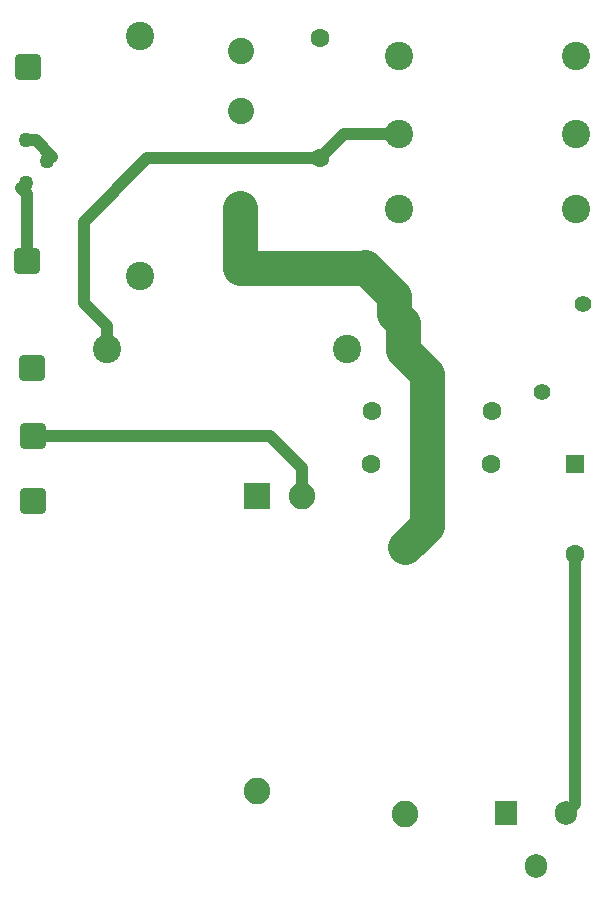
<source format=gbr>
%TF.GenerationSoftware,KiCad,Pcbnew,9.0.7*%
%TF.CreationDate,2026-02-02T12:57:01-08:00*%
%TF.ProjectId,foot-pedal-PCB,666f6f74-2d70-4656-9461-6c2d5043422e,rev?*%
%TF.SameCoordinates,Original*%
%TF.FileFunction,Copper,L1,Top*%
%TF.FilePolarity,Positive*%
%FSLAX46Y46*%
G04 Gerber Fmt 4.6, Leading zero omitted, Abs format (unit mm)*
G04 Created by KiCad (PCBNEW 9.0.7) date 2026-02-02 12:57:01*
%MOMM*%
%LPD*%
G01*
G04 APERTURE LIST*
G04 Aperture macros list*
%AMRoundRect*
0 Rectangle with rounded corners*
0 $1 Rounding radius*
0 $2 $3 $4 $5 $6 $7 $8 $9 X,Y pos of 4 corners*
0 Add a 4 corners polygon primitive as box body*
4,1,4,$2,$3,$4,$5,$6,$7,$8,$9,$2,$3,0*
0 Add four circle primitives for the rounded corners*
1,1,$1+$1,$2,$3*
1,1,$1+$1,$4,$5*
1,1,$1+$1,$6,$7*
1,1,$1+$1,$8,$9*
0 Add four rect primitives between the rounded corners*
20,1,$1+$1,$2,$3,$4,$5,0*
20,1,$1+$1,$4,$5,$6,$7,0*
20,1,$1+$1,$6,$7,$8,$9,0*
20,1,$1+$1,$8,$9,$2,$3,0*%
G04 Aperture macros list end*
%TA.AperFunction,ComponentPad*%
%ADD10R,1.905000X2.000000*%
%TD*%
%TA.AperFunction,ComponentPad*%
%ADD11O,1.905000X2.000000*%
%TD*%
%TA.AperFunction,ComponentPad*%
%ADD12C,1.400000*%
%TD*%
%TA.AperFunction,ComponentPad*%
%ADD13C,1.600000*%
%TD*%
%TA.AperFunction,ComponentPad*%
%ADD14C,2.400000*%
%TD*%
%TA.AperFunction,ComponentPad*%
%ADD15RoundRect,0.250000X-0.825000X-0.825000X0.825000X-0.825000X0.825000X0.825000X-0.825000X0.825000X0*%
%TD*%
%TA.AperFunction,ComponentPad*%
%ADD16R,2.250000X2.250000*%
%TD*%
%TA.AperFunction,ComponentPad*%
%ADD17C,2.250000*%
%TD*%
%TA.AperFunction,ComponentPad*%
%ADD18C,1.270000*%
%TD*%
%TA.AperFunction,ComponentPad*%
%ADD19C,2.220000*%
%TD*%
%TA.AperFunction,ComponentPad*%
%ADD20RoundRect,0.250000X-0.550000X0.550000X-0.550000X-0.550000X0.550000X-0.550000X0.550000X0.550000X0*%
%TD*%
%TA.AperFunction,Conductor*%
%ADD21C,3.000000*%
%TD*%
%TA.AperFunction,Conductor*%
%ADD22C,1.000000*%
%TD*%
G04 APERTURE END LIST*
D10*
%TO.P,Q1,1,A1*%
%TO.N,GND*%
X170810000Y-118480000D03*
D11*
%TO.P,Q1,2,A2*%
%TO.N,AC*%
X173360000Y-122930000D03*
%TO.P,Q1,3,G*%
%TO.N,Net-(D1-A)*%
X175890000Y-118480000D03*
%TD*%
D12*
%TO.P,RV3,2*%
%TO.N,GND*%
X177400000Y-75350000D03*
%TO.P,RV3,1*%
%TO.N,AC*%
X173900000Y-82850000D03*
%TD*%
D13*
%TO.P,R5,1*%
%TO.N,AC*%
X169530000Y-88900000D03*
%TO.P,R5,2*%
%TO.N,Net-(R2-Pad2)*%
X159370000Y-88900000D03*
%TD*%
%TO.P,R3,1*%
%TO.N,Net-(C1-Pad2)*%
X159470000Y-84450000D03*
%TO.P,R3,2*%
%TO.N,AC*%
X169630000Y-84450000D03*
%TD*%
D14*
%TO.P,R1,1*%
%TO.N,Net-(D1-K)*%
X157360000Y-79200000D03*
%TO.P,R1,2*%
%TO.N,Net-(C2-Pad2)*%
X137040000Y-79200000D03*
%TD*%
D15*
%TO.P,J4,1,Pin_1*%
%TO.N,AC*%
X130400000Y-55300000D03*
%TD*%
D16*
%TO.P,RV1,1,1*%
%TO.N,GNDD*%
X149800000Y-91600000D03*
D17*
%TO.P,RV1,2,2*%
%TO.N,Net-(J6-Pin_1)*%
X153550000Y-91600000D03*
%TO.P,RV1,3,3*%
%TO.N,+3.3V*%
X149800000Y-116600000D03*
%TD*%
D15*
%TO.P,J5,1,Pin_1*%
%TO.N,GNDD*%
X130700000Y-80750000D03*
%TD*%
D14*
%TO.P,C2,1*%
%TO.N,GND*%
X176800000Y-60950000D03*
%TO.P,C2,2*%
%TO.N,Net-(C2-Pad2)*%
X161800000Y-60950000D03*
%TD*%
D18*
%TO.P,RV2,1,1*%
%TO.N,Net-(R2-Pad2)*%
X130200000Y-61503949D03*
%TO.P,RV2,2,2*%
X131996051Y-63300000D03*
%TO.P,RV2,3,3*%
%TO.N,/Res_out*%
X130200000Y-65096051D03*
%TD*%
D17*
%TO.P,J8,1*%
%TO.N,AC*%
X162300000Y-118550000D03*
%TO.P,J8,2*%
%TO.N,Net-(J1-Pad1)*%
X162300000Y-95950000D03*
%TD*%
D19*
%TO.P,J1,1,1*%
%TO.N,Net-(J1-Pad1)*%
X148300000Y-72300000D03*
%TO.P,J1,2,2*%
X148300000Y-67220000D03*
%TD*%
D14*
%TO.P,R4,1*%
%TO.N,AC*%
X139850000Y-72960000D03*
%TO.P,R4,2*%
%TO.N,Net-(C3-Pad2)*%
X139850000Y-52640000D03*
%TD*%
%TO.P,C3,1*%
%TO.N,GND*%
X176800000Y-54350000D03*
%TO.P,C3,2*%
%TO.N,Net-(C3-Pad2)*%
X161800000Y-54350000D03*
%TD*%
D20*
%TO.P,D1,1,K*%
%TO.N,Net-(D1-K)*%
X176650000Y-88940000D03*
D13*
%TO.P,D1,2,A*%
%TO.N,Net-(D1-A)*%
X176650000Y-96560000D03*
%TD*%
D15*
%TO.P,J6,1,Pin_1*%
%TO.N,Net-(J6-Pin_1)*%
X130800000Y-86550000D03*
%TD*%
D14*
%TO.P,C1,1*%
%TO.N,GND*%
X176800000Y-67300000D03*
%TO.P,C1,2*%
%TO.N,Net-(C1-Pad2)*%
X161800000Y-67300000D03*
%TD*%
D13*
%TO.P,R2,1*%
%TO.N,Net-(C2-Pad2)*%
X155050000Y-63030000D03*
%TO.P,R2,2*%
%TO.N,Net-(R2-Pad2)*%
X155050000Y-52870000D03*
%TD*%
D19*
%TO.P,J2,1,1*%
%TO.N,GND*%
X148400000Y-59000000D03*
%TO.P,J2,2,2*%
X148400000Y-53920000D03*
%TD*%
D15*
%TO.P,J3,1,Pin_1*%
%TO.N,/Res_out*%
X130296051Y-71729301D03*
%TD*%
%TO.P,J7,1,Pin_1*%
%TO.N,+3.3V*%
X130800000Y-92070000D03*
%TD*%
D21*
%TO.N,Net-(J1-Pad1)*%
X164121866Y-94128134D02*
X164121866Y-81271866D01*
X162300000Y-95950000D02*
X164121866Y-94128134D01*
X162100000Y-79250000D02*
X164121866Y-81271866D01*
X162100000Y-77000000D02*
X162100000Y-79250000D01*
X158900000Y-72250000D02*
X161350000Y-74700000D01*
X161350000Y-76250000D02*
X162100000Y-77000000D01*
X158850000Y-72300000D02*
X158900000Y-72250000D01*
X161350000Y-74700000D02*
X161350000Y-76250000D01*
X148300000Y-72300000D02*
X158850000Y-72300000D01*
D22*
%TO.N,Net-(C2-Pad2)*%
X140470000Y-63030000D02*
X155050000Y-63030000D01*
X135100000Y-68400000D02*
X140470000Y-63030000D01*
X137040000Y-77250000D02*
X135100000Y-75310000D01*
X137040000Y-79200000D02*
X137040000Y-77250000D01*
X135100000Y-75310000D02*
X135100000Y-68400000D01*
X157130000Y-60950000D02*
X155050000Y-63030000D01*
X161800000Y-60950000D02*
X157130000Y-60950000D01*
%TO.N,Net-(D1-A)*%
X176650000Y-117720000D02*
X175890000Y-118480000D01*
X176650000Y-96560000D02*
X176650000Y-117720000D01*
D21*
%TO.N,Net-(J1-Pad1)*%
X148300000Y-67220000D02*
X148300000Y-72300000D01*
D22*
%TO.N,/Res_out*%
X130296051Y-66034974D02*
X129778564Y-65517487D01*
X130296051Y-71729301D02*
X130296051Y-66034974D01*
%TO.N,Net-(R2-Pad2)*%
X131042872Y-61503949D02*
X132417487Y-62878564D01*
X130200000Y-61503949D02*
X131042872Y-61503949D01*
%TO.N,Net-(J6-Pin_1)*%
X150850000Y-86550000D02*
X153550000Y-89250000D01*
X153550000Y-89250000D02*
X153550000Y-91600000D01*
X130800000Y-86550000D02*
X150850000Y-86550000D01*
%TD*%
M02*

</source>
